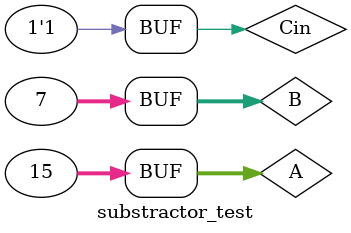
<source format=v>
module substractor_test();

reg [31:0]A;
reg [31:0]B;
reg Cin;
wire [31:0]Substract;
wire Cout;

substractor_32bit start(A,B,Cin,Substract,Cout);

initial begin

A = 32'b0000000000000000000000000001111;
B = 32'b0000000000000000000000000000111;
Cin = 1;

	$monitor(
	   "Input1=%b= %d\nInput2=%b = %d\nSubstract=%b =%d\n",
		   A,A,B,B,Substract,Substract);

end


endmodule

</source>
